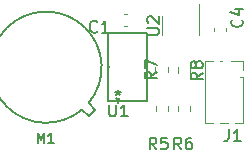
<source format=gbr>
%TF.GenerationSoftware,KiCad,Pcbnew,7.0.2*%
%TF.CreationDate,2023-05-15T11:36:50+02:00*%
%TF.ProjectId,PCB_Ewine,5043425f-4577-4696-9e65-2e6b69636164,rev?*%
%TF.SameCoordinates,Original*%
%TF.FileFunction,Legend,Top*%
%TF.FilePolarity,Positive*%
%FSLAX46Y46*%
G04 Gerber Fmt 4.6, Leading zero omitted, Abs format (unit mm)*
G04 Created by KiCad (PCBNEW 7.0.2) date 2023-05-15 11:36:50*
%MOMM*%
%LPD*%
G01*
G04 APERTURE LIST*
%ADD10C,0.150000*%
%ADD11C,0.120000*%
%ADD12C,0.127000*%
%ADD13C,0.200000*%
%ADD14C,0.152400*%
G04 APERTURE END LIST*
D10*
%TO.C,R8*%
X148262619Y-46866666D02*
X147786428Y-47199999D01*
X148262619Y-47438094D02*
X147262619Y-47438094D01*
X147262619Y-47438094D02*
X147262619Y-47057142D01*
X147262619Y-47057142D02*
X147310238Y-46961904D01*
X147310238Y-46961904D02*
X147357857Y-46914285D01*
X147357857Y-46914285D02*
X147453095Y-46866666D01*
X147453095Y-46866666D02*
X147595952Y-46866666D01*
X147595952Y-46866666D02*
X147691190Y-46914285D01*
X147691190Y-46914285D02*
X147738809Y-46961904D01*
X147738809Y-46961904D02*
X147786428Y-47057142D01*
X147786428Y-47057142D02*
X147786428Y-47438094D01*
X147691190Y-46295237D02*
X147643571Y-46390475D01*
X147643571Y-46390475D02*
X147595952Y-46438094D01*
X147595952Y-46438094D02*
X147500714Y-46485713D01*
X147500714Y-46485713D02*
X147453095Y-46485713D01*
X147453095Y-46485713D02*
X147357857Y-46438094D01*
X147357857Y-46438094D02*
X147310238Y-46390475D01*
X147310238Y-46390475D02*
X147262619Y-46295237D01*
X147262619Y-46295237D02*
X147262619Y-46104761D01*
X147262619Y-46104761D02*
X147310238Y-46009523D01*
X147310238Y-46009523D02*
X147357857Y-45961904D01*
X147357857Y-45961904D02*
X147453095Y-45914285D01*
X147453095Y-45914285D02*
X147500714Y-45914285D01*
X147500714Y-45914285D02*
X147595952Y-45961904D01*
X147595952Y-45961904D02*
X147643571Y-46009523D01*
X147643571Y-46009523D02*
X147691190Y-46104761D01*
X147691190Y-46104761D02*
X147691190Y-46295237D01*
X147691190Y-46295237D02*
X147738809Y-46390475D01*
X147738809Y-46390475D02*
X147786428Y-46438094D01*
X147786428Y-46438094D02*
X147881666Y-46485713D01*
X147881666Y-46485713D02*
X148072142Y-46485713D01*
X148072142Y-46485713D02*
X148167380Y-46438094D01*
X148167380Y-46438094D02*
X148215000Y-46390475D01*
X148215000Y-46390475D02*
X148262619Y-46295237D01*
X148262619Y-46295237D02*
X148262619Y-46104761D01*
X148262619Y-46104761D02*
X148215000Y-46009523D01*
X148215000Y-46009523D02*
X148167380Y-45961904D01*
X148167380Y-45961904D02*
X148072142Y-45914285D01*
X148072142Y-45914285D02*
X147881666Y-45914285D01*
X147881666Y-45914285D02*
X147786428Y-45961904D01*
X147786428Y-45961904D02*
X147738809Y-46009523D01*
X147738809Y-46009523D02*
X147691190Y-46104761D01*
%TO.C,C4*%
X151567380Y-42366666D02*
X151615000Y-42414285D01*
X151615000Y-42414285D02*
X151662619Y-42557142D01*
X151662619Y-42557142D02*
X151662619Y-42652380D01*
X151662619Y-42652380D02*
X151615000Y-42795237D01*
X151615000Y-42795237D02*
X151519761Y-42890475D01*
X151519761Y-42890475D02*
X151424523Y-42938094D01*
X151424523Y-42938094D02*
X151234047Y-42985713D01*
X151234047Y-42985713D02*
X151091190Y-42985713D01*
X151091190Y-42985713D02*
X150900714Y-42938094D01*
X150900714Y-42938094D02*
X150805476Y-42890475D01*
X150805476Y-42890475D02*
X150710238Y-42795237D01*
X150710238Y-42795237D02*
X150662619Y-42652380D01*
X150662619Y-42652380D02*
X150662619Y-42557142D01*
X150662619Y-42557142D02*
X150710238Y-42414285D01*
X150710238Y-42414285D02*
X150757857Y-42366666D01*
X150995952Y-41509523D02*
X151662619Y-41509523D01*
X150615000Y-41747618D02*
X151329285Y-41985713D01*
X151329285Y-41985713D02*
X151329285Y-41366666D01*
%TO.C,R5*%
X144333333Y-53362619D02*
X144000000Y-52886428D01*
X143761905Y-53362619D02*
X143761905Y-52362619D01*
X143761905Y-52362619D02*
X144142857Y-52362619D01*
X144142857Y-52362619D02*
X144238095Y-52410238D01*
X144238095Y-52410238D02*
X144285714Y-52457857D01*
X144285714Y-52457857D02*
X144333333Y-52553095D01*
X144333333Y-52553095D02*
X144333333Y-52695952D01*
X144333333Y-52695952D02*
X144285714Y-52791190D01*
X144285714Y-52791190D02*
X144238095Y-52838809D01*
X144238095Y-52838809D02*
X144142857Y-52886428D01*
X144142857Y-52886428D02*
X143761905Y-52886428D01*
X145238095Y-52362619D02*
X144761905Y-52362619D01*
X144761905Y-52362619D02*
X144714286Y-52838809D01*
X144714286Y-52838809D02*
X144761905Y-52791190D01*
X144761905Y-52791190D02*
X144857143Y-52743571D01*
X144857143Y-52743571D02*
X145095238Y-52743571D01*
X145095238Y-52743571D02*
X145190476Y-52791190D01*
X145190476Y-52791190D02*
X145238095Y-52838809D01*
X145238095Y-52838809D02*
X145285714Y-52934047D01*
X145285714Y-52934047D02*
X145285714Y-53172142D01*
X145285714Y-53172142D02*
X145238095Y-53267380D01*
X145238095Y-53267380D02*
X145190476Y-53315000D01*
X145190476Y-53315000D02*
X145095238Y-53362619D01*
X145095238Y-53362619D02*
X144857143Y-53362619D01*
X144857143Y-53362619D02*
X144761905Y-53315000D01*
X144761905Y-53315000D02*
X144714286Y-53267380D01*
%TO.C,M1*%
X134312381Y-52778095D02*
X134312381Y-51978095D01*
X134312381Y-51978095D02*
X134579047Y-52549523D01*
X134579047Y-52549523D02*
X134845714Y-51978095D01*
X134845714Y-51978095D02*
X134845714Y-52778095D01*
X135645714Y-52778095D02*
X135188571Y-52778095D01*
X135417143Y-52778095D02*
X135417143Y-51978095D01*
X135417143Y-51978095D02*
X135340952Y-52092380D01*
X135340952Y-52092380D02*
X135264762Y-52168571D01*
X135264762Y-52168571D02*
X135188571Y-52206666D01*
%TO.C,U2*%
X143562619Y-43661904D02*
X144372142Y-43661904D01*
X144372142Y-43661904D02*
X144467380Y-43614285D01*
X144467380Y-43614285D02*
X144515000Y-43566666D01*
X144515000Y-43566666D02*
X144562619Y-43471428D01*
X144562619Y-43471428D02*
X144562619Y-43280952D01*
X144562619Y-43280952D02*
X144515000Y-43185714D01*
X144515000Y-43185714D02*
X144467380Y-43138095D01*
X144467380Y-43138095D02*
X144372142Y-43090476D01*
X144372142Y-43090476D02*
X143562619Y-43090476D01*
X143657857Y-42661904D02*
X143610238Y-42614285D01*
X143610238Y-42614285D02*
X143562619Y-42519047D01*
X143562619Y-42519047D02*
X143562619Y-42280952D01*
X143562619Y-42280952D02*
X143610238Y-42185714D01*
X143610238Y-42185714D02*
X143657857Y-42138095D01*
X143657857Y-42138095D02*
X143753095Y-42090476D01*
X143753095Y-42090476D02*
X143848333Y-42090476D01*
X143848333Y-42090476D02*
X143991190Y-42138095D01*
X143991190Y-42138095D02*
X144562619Y-42709523D01*
X144562619Y-42709523D02*
X144562619Y-42090476D01*
%TO.C,R7*%
X144362619Y-46776666D02*
X143886428Y-47109999D01*
X144362619Y-47348094D02*
X143362619Y-47348094D01*
X143362619Y-47348094D02*
X143362619Y-46967142D01*
X143362619Y-46967142D02*
X143410238Y-46871904D01*
X143410238Y-46871904D02*
X143457857Y-46824285D01*
X143457857Y-46824285D02*
X143553095Y-46776666D01*
X143553095Y-46776666D02*
X143695952Y-46776666D01*
X143695952Y-46776666D02*
X143791190Y-46824285D01*
X143791190Y-46824285D02*
X143838809Y-46871904D01*
X143838809Y-46871904D02*
X143886428Y-46967142D01*
X143886428Y-46967142D02*
X143886428Y-47348094D01*
X143362619Y-46443332D02*
X143362619Y-45776666D01*
X143362619Y-45776666D02*
X144362619Y-46205237D01*
%TO.C,R6*%
X146433333Y-53362619D02*
X146100000Y-52886428D01*
X145861905Y-53362619D02*
X145861905Y-52362619D01*
X145861905Y-52362619D02*
X146242857Y-52362619D01*
X146242857Y-52362619D02*
X146338095Y-52410238D01*
X146338095Y-52410238D02*
X146385714Y-52457857D01*
X146385714Y-52457857D02*
X146433333Y-52553095D01*
X146433333Y-52553095D02*
X146433333Y-52695952D01*
X146433333Y-52695952D02*
X146385714Y-52791190D01*
X146385714Y-52791190D02*
X146338095Y-52838809D01*
X146338095Y-52838809D02*
X146242857Y-52886428D01*
X146242857Y-52886428D02*
X145861905Y-52886428D01*
X147290476Y-52362619D02*
X147100000Y-52362619D01*
X147100000Y-52362619D02*
X147004762Y-52410238D01*
X147004762Y-52410238D02*
X146957143Y-52457857D01*
X146957143Y-52457857D02*
X146861905Y-52600714D01*
X146861905Y-52600714D02*
X146814286Y-52791190D01*
X146814286Y-52791190D02*
X146814286Y-53172142D01*
X146814286Y-53172142D02*
X146861905Y-53267380D01*
X146861905Y-53267380D02*
X146909524Y-53315000D01*
X146909524Y-53315000D02*
X147004762Y-53362619D01*
X147004762Y-53362619D02*
X147195238Y-53362619D01*
X147195238Y-53362619D02*
X147290476Y-53315000D01*
X147290476Y-53315000D02*
X147338095Y-53267380D01*
X147338095Y-53267380D02*
X147385714Y-53172142D01*
X147385714Y-53172142D02*
X147385714Y-52934047D01*
X147385714Y-52934047D02*
X147338095Y-52838809D01*
X147338095Y-52838809D02*
X147290476Y-52791190D01*
X147290476Y-52791190D02*
X147195238Y-52743571D01*
X147195238Y-52743571D02*
X147004762Y-52743571D01*
X147004762Y-52743571D02*
X146909524Y-52791190D01*
X146909524Y-52791190D02*
X146861905Y-52838809D01*
X146861905Y-52838809D02*
X146814286Y-52934047D01*
%TO.C,C1*%
X139333333Y-43367380D02*
X139285714Y-43415000D01*
X139285714Y-43415000D02*
X139142857Y-43462619D01*
X139142857Y-43462619D02*
X139047619Y-43462619D01*
X139047619Y-43462619D02*
X138904762Y-43415000D01*
X138904762Y-43415000D02*
X138809524Y-43319761D01*
X138809524Y-43319761D02*
X138761905Y-43224523D01*
X138761905Y-43224523D02*
X138714286Y-43034047D01*
X138714286Y-43034047D02*
X138714286Y-42891190D01*
X138714286Y-42891190D02*
X138761905Y-42700714D01*
X138761905Y-42700714D02*
X138809524Y-42605476D01*
X138809524Y-42605476D02*
X138904762Y-42510238D01*
X138904762Y-42510238D02*
X139047619Y-42462619D01*
X139047619Y-42462619D02*
X139142857Y-42462619D01*
X139142857Y-42462619D02*
X139285714Y-42510238D01*
X139285714Y-42510238D02*
X139333333Y-42557857D01*
X140285714Y-43462619D02*
X139714286Y-43462619D01*
X140000000Y-43462619D02*
X140000000Y-42462619D01*
X140000000Y-42462619D02*
X139904762Y-42605476D01*
X139904762Y-42605476D02*
X139809524Y-42700714D01*
X139809524Y-42700714D02*
X139714286Y-42748333D01*
%TO.C,J1*%
X150466666Y-51662619D02*
X150466666Y-52376904D01*
X150466666Y-52376904D02*
X150419047Y-52519761D01*
X150419047Y-52519761D02*
X150323809Y-52615000D01*
X150323809Y-52615000D02*
X150180952Y-52662619D01*
X150180952Y-52662619D02*
X150085714Y-52662619D01*
X151466666Y-52662619D02*
X150895238Y-52662619D01*
X151180952Y-52662619D02*
X151180952Y-51662619D01*
X151180952Y-51662619D02*
X151085714Y-51805476D01*
X151085714Y-51805476D02*
X150990476Y-51900714D01*
X150990476Y-51900714D02*
X150895238Y-51948333D01*
%TO.C,U1*%
X140338095Y-49562619D02*
X140338095Y-50372142D01*
X140338095Y-50372142D02*
X140385714Y-50467380D01*
X140385714Y-50467380D02*
X140433333Y-50515000D01*
X140433333Y-50515000D02*
X140528571Y-50562619D01*
X140528571Y-50562619D02*
X140719047Y-50562619D01*
X140719047Y-50562619D02*
X140814285Y-50515000D01*
X140814285Y-50515000D02*
X140861904Y-50467380D01*
X140861904Y-50467380D02*
X140909523Y-50372142D01*
X140909523Y-50372142D02*
X140909523Y-49562619D01*
X141909523Y-50562619D02*
X141338095Y-50562619D01*
X141623809Y-50562619D02*
X141623809Y-49562619D01*
X141623809Y-49562619D02*
X141528571Y-49705476D01*
X141528571Y-49705476D02*
X141433333Y-49800714D01*
X141433333Y-49800714D02*
X141338095Y-49848333D01*
X141100026Y-49413880D02*
X141100026Y-49175785D01*
X141338121Y-49271023D02*
X141100026Y-49175785D01*
X141100026Y-49175785D02*
X140861931Y-49271023D01*
X141242883Y-48985309D02*
X141100026Y-49175785D01*
X141100026Y-49175785D02*
X140957169Y-48985309D01*
X141100027Y-48339119D02*
X141100027Y-48577214D01*
X140861932Y-48481976D02*
X141100027Y-48577214D01*
X141100027Y-48577214D02*
X141338122Y-48481976D01*
X140957170Y-48767690D02*
X141100027Y-48577214D01*
X141100027Y-48577214D02*
X141242884Y-48767690D01*
D11*
%TO.C,R8*%
X146137500Y-46872258D02*
X146137500Y-46397742D01*
X147182500Y-46872258D02*
X147182500Y-46397742D01*
%TO.C,C4*%
X149190000Y-43340580D02*
X149190000Y-43059420D01*
X150210000Y-43340580D02*
X150210000Y-43059420D01*
%TO.C,R5*%
X145322500Y-49647742D02*
X145322500Y-50122258D01*
X144277500Y-49647742D02*
X144277500Y-50122258D01*
D12*
%TO.C,M1*%
X139164860Y-49999170D02*
X138599170Y-49433490D01*
X138599170Y-50564860D02*
X139164860Y-49999170D01*
X138033490Y-49999170D02*
X138599170Y-50564860D01*
X138599169Y-49433490D02*
G75*
G03*
X138330470Y-43069530I-3603770J3035494D01*
G01*
X131669531Y-49730470D02*
G75*
G03*
X138033489Y-49999169I3328444J3334572D01*
G01*
X131669531Y-43069531D02*
G75*
G03*
X131669531Y-49730469I3330469J-3330469D01*
G01*
X138330470Y-43069530D02*
G75*
G03*
X131669530Y-43069530I-3330470J-3330469D01*
G01*
D13*
X140380000Y-46400000D02*
G75*
G03*
X140380000Y-46400000I-100000J0D01*
G01*
D11*
%TO.C,U2*%
X147960000Y-42862500D02*
X147960000Y-41062500D01*
X147960000Y-42862500D02*
X147960000Y-43662500D01*
X144840000Y-42862500D02*
X144840000Y-42062500D01*
X144840000Y-42862500D02*
X144840000Y-43662500D01*
%TO.C,R7*%
X144267500Y-46847258D02*
X144267500Y-46372742D01*
X145312500Y-46847258D02*
X145312500Y-46372742D01*
%TO.C,R6*%
X147182500Y-49647742D02*
X147182500Y-50122258D01*
X146137500Y-49647742D02*
X146137500Y-50122258D01*
%TO.C,C1*%
X141840580Y-42910000D02*
X141559420Y-42910000D01*
X141840580Y-41890000D02*
X141559420Y-41890000D01*
%TO.C,J1*%
X148480000Y-45905000D02*
X148480000Y-51105000D01*
X148480000Y-45905000D02*
X149122470Y-45905000D01*
X148480000Y-51105000D02*
X149122470Y-51105000D01*
X149737530Y-45905000D02*
X149940000Y-45905000D01*
X149737530Y-51105000D02*
X150392470Y-51105000D01*
X150700000Y-45840000D02*
X151650000Y-45840000D01*
X151007530Y-51105000D02*
X151650000Y-51105000D01*
X151460000Y-47235000D02*
X151650000Y-47235000D01*
X151650000Y-45840000D02*
X151650000Y-46600000D01*
X151650000Y-47235000D02*
X151650000Y-51105000D01*
D14*
%TO.C,U1*%
X143551000Y-49257500D02*
X143551000Y-43542500D01*
X143551000Y-43542500D02*
X140249000Y-43542500D01*
X140249000Y-49257500D02*
X143551000Y-49257500D01*
X140249000Y-43542500D02*
X140249000Y-49257500D01*
%TD*%
M02*

</source>
